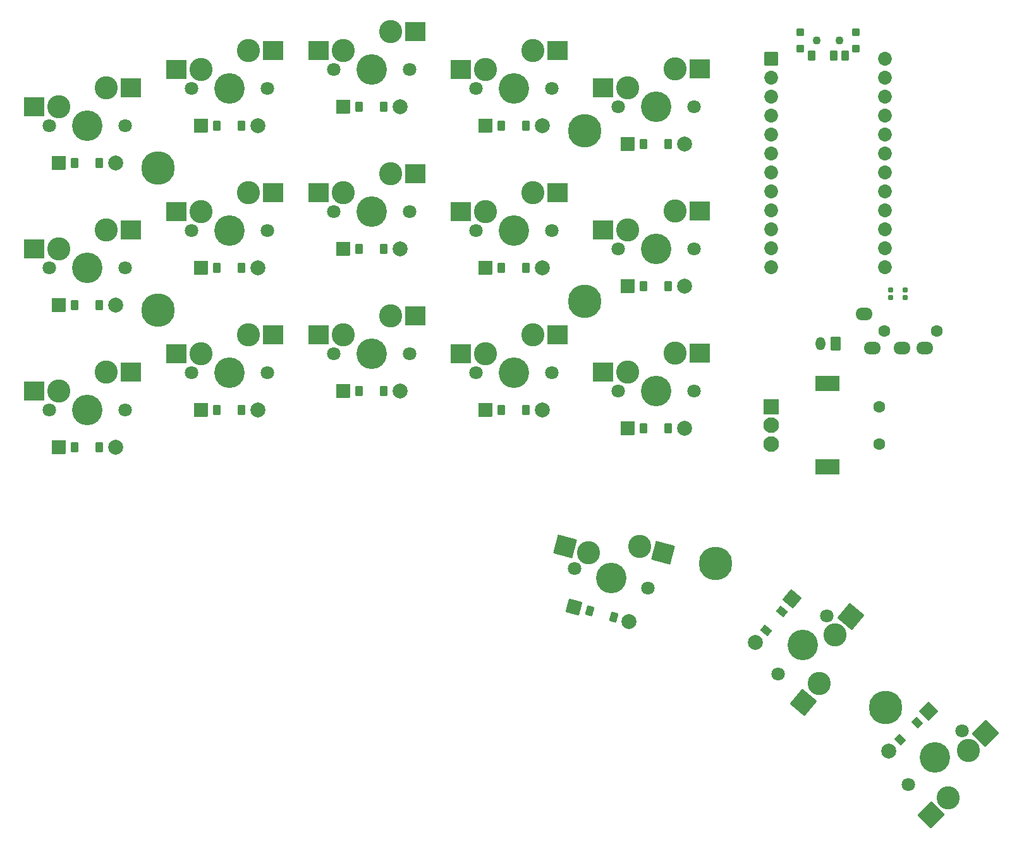
<source format=gbr>
%TF.GenerationSoftware,KiCad,Pcbnew,7.0.10*%
%TF.CreationDate,2024-02-19T14:18:00+02:00*%
%TF.ProjectId,juubo_left_final,6a757562-6f5f-46c6-9566-745f66696e61,v1.0.0*%
%TF.SameCoordinates,Original*%
%TF.FileFunction,Soldermask,Bot*%
%TF.FilePolarity,Negative*%
%FSLAX46Y46*%
G04 Gerber Fmt 4.6, Leading zero omitted, Abs format (unit mm)*
G04 Created by KiCad (PCBNEW 7.0.10) date 2024-02-19 14:18:00*
%MOMM*%
%LPD*%
G01*
G04 APERTURE LIST*
G04 Aperture macros list*
%AMRoundRect*
0 Rectangle with rounded corners*
0 $1 Rounding radius*
0 $2 $3 $4 $5 $6 $7 $8 $9 X,Y pos of 4 corners*
0 Add a 4 corners polygon primitive as box body*
4,1,4,$2,$3,$4,$5,$6,$7,$8,$9,$2,$3,0*
0 Add four circle primitives for the rounded corners*
1,1,$1+$1,$2,$3*
1,1,$1+$1,$4,$5*
1,1,$1+$1,$6,$7*
1,1,$1+$1,$8,$9*
0 Add four rect primitives between the rounded corners*
20,1,$1+$1,$2,$3,$4,$5,0*
20,1,$1+$1,$4,$5,$6,$7,0*
20,1,$1+$1,$6,$7,$8,$9,0*
20,1,$1+$1,$8,$9,$2,$3,0*%
G04 Aperture macros list end*
%ADD10RoundRect,0.050000X-0.450000X-0.450000X0.450000X-0.450000X0.450000X0.450000X-0.450000X0.450000X0*%
%ADD11C,1.100000*%
%ADD12RoundRect,0.050000X-0.450000X-0.625000X0.450000X-0.625000X0.450000X0.625000X-0.450000X0.625000X0*%
%ADD13RoundRect,0.050000X0.600000X0.850000X-0.600000X0.850000X-0.600000X-0.850000X0.600000X-0.850000X0*%
%ADD14O,1.300000X1.800000*%
%ADD15RoundRect,0.050000X-0.889000X-0.889000X0.889000X-0.889000X0.889000X0.889000X-0.889000X0.889000X0*%
%ADD16RoundRect,0.050000X-0.450000X-0.600000X0.450000X-0.600000X0.450000X0.600000X-0.450000X0.600000X0*%
%ADD17C,2.005000*%
%ADD18C,1.801800*%
%ADD19C,3.100000*%
%ADD20C,4.087800*%
%ADD21RoundRect,0.050000X-1.275000X-1.250000X1.275000X-1.250000X1.275000X1.250000X-1.275000X1.250000X0*%
%ADD22C,1.600000*%
%ADD23O,2.300000X1.700000*%
%ADD24C,0.800000*%
%ADD25C,4.500000*%
%ADD26RoundRect,0.050000X-1.600000X-1.000000X1.600000X-1.000000X1.600000X1.000000X-1.600000X1.000000X0*%
%ADD27RoundRect,0.050000X-1.000000X-1.000000X1.000000X-1.000000X1.000000X1.000000X-1.000000X1.000000X0*%
%ADD28C,2.100000*%
%ADD29RoundRect,0.050000X-1.555079X-0.877413X0.908032X-1.537402X1.555079X0.877413X-0.908032X1.537402X0*%
%ADD30RoundRect,0.050000X-0.876300X0.876300X-0.876300X-0.876300X0.876300X-0.876300X0.876300X0.876300X0*%
%ADD31C,1.852600*%
%ADD32RoundRect,0.050000X-0.138001X1.780191X-1.777110X-0.173222X0.138001X-1.780191X1.777110X0.173222X0*%
%ADD33RoundRect,0.050000X-1.088798X-0.628618X0.628618X-1.088798X1.088798X0.628618X-0.628618X1.088798X0*%
%ADD34RoundRect,0.050000X-0.589958X-0.463087X0.279375X-0.696024X0.589958X0.463087X-0.279375X0.696024X0*%
%ADD35RoundRect,0.050000X0.017678X1.785445X-1.785445X-0.017678X-0.017678X-1.785445X1.785445X0.017678X0*%
%ADD36RoundRect,0.050000X0.000000X1.257236X-1.257236X0.000000X0.000000X-1.257236X1.257236X0.000000X0*%
%ADD37RoundRect,0.050000X-0.106066X0.742462X-0.742462X0.106066X0.106066X-0.742462X0.742462X-0.106066X0*%
%ADD38RoundRect,0.050000X-0.109575X1.252452X-1.252452X-0.109575X0.109575X-1.252452X1.252452X0.109575X0*%
%ADD39RoundRect,0.050000X-0.170372X0.730393X-0.748881X0.040953X0.170372X-0.730393X0.748881X-0.040953X0*%
%ADD40RoundRect,0.102000X-0.250000X0.237500X-0.250000X-0.237500X0.250000X-0.237500X0.250000X0.237500X0*%
G04 APERTURE END LIST*
D10*
%TO.C,T1*%
X183913786Y-47312500D03*
X183913786Y-49512500D03*
D11*
X186113786Y-48412500D03*
X189113786Y-48412500D03*
D10*
X191313786Y-47312500D03*
X191313786Y-49512500D03*
D12*
X185363786Y-50487500D03*
X188363786Y-50487500D03*
X189863786Y-50487500D03*
%TD*%
D13*
%TO.C,JST1*%
X188613785Y-89063409D03*
D14*
X186613785Y-89063409D03*
%TD*%
D15*
%TO.C,D4*%
X103603787Y-97935909D03*
D16*
X105763787Y-97935909D03*
X109063787Y-97935909D03*
D17*
X111223787Y-97935909D03*
%TD*%
D18*
%TO.C,S9*%
X121383783Y-52335909D03*
D19*
X122653783Y-49795909D03*
D20*
X126463783Y-52335909D03*
D19*
X129003783Y-47255909D03*
D18*
X131543783Y-52335909D03*
D21*
X119378783Y-49795909D03*
X132305783Y-47255909D03*
%TD*%
D15*
%TO.C,D6*%
X103603784Y-59835912D03*
D16*
X105763784Y-59835912D03*
X109063784Y-59835912D03*
D17*
X111223784Y-59835912D03*
%TD*%
D22*
%TO.C,TRRS1*%
X202148785Y-87373409D03*
X195148785Y-87373409D03*
D23*
X192448785Y-85073409D03*
X193548785Y-89673409D03*
X197548785Y-89673409D03*
X200548785Y-89673409D03*
%TD*%
D15*
%TO.C,D5*%
X103603783Y-78885908D03*
D16*
X105763783Y-78885908D03*
X109063783Y-78885908D03*
D17*
X111223783Y-78885908D03*
%TD*%
D18*
%TO.C,S1*%
X83283786Y-97935909D03*
D19*
X84553786Y-95395909D03*
D20*
X88363786Y-97935909D03*
D19*
X90903786Y-92855909D03*
D18*
X93443786Y-97935909D03*
D21*
X81278786Y-95395909D03*
X94205786Y-92855909D03*
%TD*%
D18*
%TO.C,S6*%
X102333785Y-54835910D03*
D19*
X103603785Y-52295910D03*
D20*
X107413785Y-54835910D03*
D19*
X109953785Y-49755910D03*
D18*
X112493785Y-54835910D03*
D21*
X100328785Y-52295910D03*
X113255785Y-49755910D03*
%TD*%
D15*
%TO.C,D15*%
X160753785Y-62335911D03*
D16*
X162913785Y-62335911D03*
X166213785Y-62335911D03*
D17*
X168373785Y-62335911D03*
%TD*%
D18*
%TO.C,S7*%
X121383784Y-90435911D03*
D19*
X122653784Y-87895911D03*
D20*
X126463784Y-90435911D03*
D19*
X129003784Y-85355911D03*
D18*
X131543784Y-90435911D03*
D21*
X119378784Y-87895911D03*
X132305784Y-85355911D03*
%TD*%
D18*
%TO.C,S10*%
X140433785Y-92935910D03*
D19*
X141703785Y-90395910D03*
D20*
X145513785Y-92935910D03*
D19*
X148053785Y-87855910D03*
D18*
X150593785Y-92935910D03*
D21*
X138428785Y-90395910D03*
X151355785Y-87855910D03*
%TD*%
D24*
%TO.C,_2*%
X153388789Y-60550910D03*
X153872063Y-59384184D03*
X153872063Y-61717636D03*
X155038789Y-58900910D03*
D25*
X155038789Y-60550910D03*
D24*
X155038789Y-62200910D03*
X156205515Y-59384184D03*
X156205515Y-61717636D03*
X156688789Y-60550910D03*
%TD*%
D26*
%TO.C,ROT1*%
X187493785Y-94405912D03*
X187493785Y-105605912D03*
D22*
X194493785Y-97505912D03*
X194493785Y-102505912D03*
D27*
X179993785Y-97505912D03*
D28*
X179993785Y-102505912D03*
X179993785Y-100005912D03*
%TD*%
D15*
%TO.C,D8*%
X122653784Y-76385911D03*
D16*
X124813784Y-76385911D03*
X128113784Y-76385911D03*
D17*
X130273784Y-76385911D03*
%TD*%
D15*
%TO.C,D9*%
X122653784Y-57335910D03*
D16*
X124813784Y-57335910D03*
X128113784Y-57335910D03*
D17*
X130273784Y-57335910D03*
%TD*%
D15*
%TO.C,D11*%
X141703784Y-78885910D03*
D16*
X143863784Y-78885910D03*
X147163784Y-78885910D03*
D17*
X149323784Y-78885910D03*
%TD*%
D18*
%TO.C,S16*%
X153656883Y-119171111D03*
D19*
X155541009Y-117046360D03*
D20*
X158563786Y-120485912D03*
D19*
X162332038Y-116236409D03*
D18*
X163470689Y-121800713D03*
D29*
X152377602Y-116198727D03*
X165521525Y-117091030D03*
%TD*%
D15*
%TO.C,D1*%
X84553784Y-102935911D03*
D16*
X86713784Y-102935911D03*
X90013784Y-102935911D03*
D17*
X92173784Y-102935911D03*
%TD*%
D15*
%TO.C,D10*%
X141703785Y-97935908D03*
D16*
X143863785Y-97935908D03*
X147163785Y-97935908D03*
D17*
X149323785Y-97935908D03*
%TD*%
D15*
%TO.C,D14*%
X160753786Y-81385910D03*
D16*
X162913786Y-81385910D03*
X166213786Y-81385910D03*
D17*
X168373786Y-81385910D03*
%TD*%
D24*
%TO.C,_6*%
X153388784Y-83400000D03*
X153872058Y-82233274D03*
X153872058Y-84566726D03*
X155038784Y-81750000D03*
D25*
X155038784Y-83400000D03*
D24*
X155038784Y-85050000D03*
X156205510Y-82233274D03*
X156205510Y-84566726D03*
X156688784Y-83400000D03*
%TD*%
D15*
%TO.C,D7*%
X122653785Y-95435911D03*
D16*
X124813785Y-95435911D03*
X128113785Y-95435911D03*
D17*
X130273785Y-95435911D03*
%TD*%
D30*
%TO.C,MCU1*%
X179993787Y-50890909D03*
D31*
X179993787Y-53430909D03*
X179993787Y-55970909D03*
X179993787Y-58510909D03*
X179993787Y-61050909D03*
X179993787Y-63590909D03*
X179993787Y-66130909D03*
X179993787Y-68670909D03*
X179993787Y-71210909D03*
X179993787Y-73750909D03*
X179993787Y-76290909D03*
X179993787Y-78830909D03*
X195233787Y-50890909D03*
X195233787Y-53430909D03*
X195233787Y-55970909D03*
X195233787Y-58510909D03*
X195233787Y-61050909D03*
X195233787Y-63590909D03*
X195233787Y-66130909D03*
X195233787Y-68670909D03*
X195233787Y-71210909D03*
X195233787Y-73750909D03*
X195233787Y-76290909D03*
X195233787Y-78830909D03*
%TD*%
D18*
%TO.C,S12*%
X140433787Y-54835911D03*
D19*
X141703787Y-52295911D03*
D20*
X145513787Y-54835911D03*
D19*
X148053787Y-49755911D03*
D18*
X150593787Y-54835911D03*
D21*
X138428787Y-52295911D03*
X151355787Y-49755911D03*
%TD*%
D18*
%TO.C,S3*%
X83283785Y-59835911D03*
D19*
X84553785Y-57295911D03*
D20*
X88363785Y-59835911D03*
D19*
X90903785Y-54755911D03*
D18*
X93443785Y-59835911D03*
D21*
X81278785Y-57295911D03*
X94205785Y-54755911D03*
%TD*%
D18*
%TO.C,S11*%
X140433785Y-73885909D03*
D19*
X141703785Y-71345909D03*
D20*
X145513785Y-73885909D03*
D19*
X148053785Y-68805909D03*
D18*
X150593785Y-73885909D03*
D21*
X138428785Y-71345909D03*
X151355785Y-68805909D03*
%TD*%
D24*
%TO.C,_3*%
X96238786Y-84600000D03*
X96722060Y-83433274D03*
X96722060Y-85766726D03*
X97888786Y-82950000D03*
D25*
X97888786Y-84600000D03*
D24*
X97888786Y-86250000D03*
X99055512Y-83433274D03*
X99055512Y-85766726D03*
X99538786Y-84600000D03*
%TD*%
D18*
%TO.C,S17*%
X187439800Y-125527313D03*
D19*
X188569213Y-128132870D03*
D20*
X184174439Y-129418819D03*
D19*
X186433264Y-134629933D03*
D18*
X180909078Y-133310325D03*
D32*
X190674342Y-125624075D03*
X184310780Y-137159412D03*
%TD*%
D24*
%TO.C,_5*%
X196500000Y-136666548D03*
X196983274Y-137833274D03*
X195333274Y-136183274D03*
X196500000Y-139000000D03*
D25*
X195333274Y-137833274D03*
D24*
X194166548Y-136666548D03*
X195333274Y-139483274D03*
X193683274Y-137833274D03*
X194166548Y-139000000D03*
%TD*%
D15*
%TO.C,D3*%
X84553786Y-64835909D03*
D16*
X86713786Y-64835909D03*
X90013786Y-64835909D03*
D17*
X92173786Y-64835909D03*
%TD*%
D33*
%TO.C,D16*%
X153589515Y-124329438D03*
D34*
X155675914Y-124888488D03*
X158863470Y-125742590D03*
D17*
X160949869Y-126301640D03*
%TD*%
D15*
%TO.C,D2*%
X84553785Y-83885911D03*
D16*
X86713785Y-83885911D03*
X90013785Y-83885911D03*
D17*
X92173785Y-83885911D03*
%TD*%
D18*
%TO.C,S18*%
X205511091Y-140934111D03*
D19*
X206409117Y-143628187D03*
D20*
X201918989Y-144526213D03*
D19*
X203715040Y-149914367D03*
D18*
X198326887Y-148118315D03*
D35*
X208724892Y-141312413D03*
X201380174Y-152249233D03*
%TD*%
D24*
%TO.C,_4*%
X170906222Y-118072949D03*
X171675000Y-117071058D03*
X171071058Y-119325000D03*
X172927051Y-116906222D03*
D25*
X172500000Y-118500000D03*
D24*
X172072949Y-120093778D03*
X173928942Y-117675000D03*
X173325000Y-119928942D03*
X174093778Y-118927051D03*
%TD*%
D15*
%TO.C,D13*%
X160753786Y-100435910D03*
D16*
X162913786Y-100435910D03*
X166213786Y-100435910D03*
D17*
X168373786Y-100435910D03*
%TD*%
D18*
%TO.C,S4*%
X102333786Y-92935912D03*
D19*
X103603786Y-90395912D03*
D20*
X107413786Y-92935912D03*
D19*
X109953786Y-87855912D03*
D18*
X112493786Y-92935912D03*
D21*
X100328786Y-90395912D03*
X113255786Y-87855912D03*
%TD*%
D24*
%TO.C,_1*%
X96238787Y-65550910D03*
X96722061Y-64384184D03*
X96722061Y-66717636D03*
X97888787Y-63900910D03*
D25*
X97888787Y-65550910D03*
D24*
X97888787Y-67200910D03*
X99055513Y-64384184D03*
X99055513Y-66717636D03*
X99538787Y-65550910D03*
%TD*%
D18*
%TO.C,S2*%
X83283785Y-78885908D03*
D19*
X84553785Y-76345908D03*
D20*
X88363785Y-78885908D03*
D19*
X90903785Y-73805908D03*
D18*
X93443785Y-78885908D03*
D21*
X81278785Y-76345908D03*
X94205785Y-73805908D03*
%TD*%
D18*
%TO.C,S15*%
X159483785Y-57335911D03*
D19*
X160753785Y-54795911D03*
D20*
X164563785Y-57335911D03*
D19*
X167103785Y-52255911D03*
D18*
X169643785Y-57335911D03*
D21*
X157478785Y-54795911D03*
X170405785Y-52255911D03*
%TD*%
D18*
%TO.C,S8*%
X121383787Y-71385911D03*
D19*
X122653787Y-68845911D03*
D20*
X126463787Y-71385911D03*
D19*
X129003787Y-66305911D03*
D18*
X131543787Y-71385911D03*
D21*
X119378787Y-68845911D03*
X132305787Y-66305911D03*
%TD*%
D36*
%TO.C,D18*%
X201077534Y-138296605D03*
D37*
X199550183Y-139823956D03*
X197216731Y-142157408D03*
D17*
X195689380Y-143684759D03*
%TD*%
D18*
%TO.C,S14*%
X159483783Y-76385911D03*
D19*
X160753783Y-73845911D03*
D20*
X164563783Y-76385911D03*
D19*
X167103783Y-71305911D03*
D18*
X169643783Y-76385911D03*
D21*
X157478783Y-73845911D03*
X170405783Y-71305911D03*
%TD*%
D38*
%TO.C,D17*%
X182793240Y-123286249D03*
D39*
X181404819Y-124940905D03*
X179283619Y-127468851D03*
D17*
X177895198Y-129123507D03*
%TD*%
D18*
%TO.C,S5*%
X102333784Y-73885910D03*
D19*
X103603784Y-71345910D03*
D20*
X107413784Y-73885910D03*
D19*
X109953784Y-68805910D03*
D18*
X112493784Y-73885910D03*
D21*
X100328784Y-71345910D03*
X113255784Y-68805910D03*
%TD*%
D18*
%TO.C,S13*%
X159483786Y-95435911D03*
D19*
X160753786Y-92895911D03*
D20*
X164563786Y-95435911D03*
D19*
X167103786Y-90355911D03*
D18*
X169643786Y-95435911D03*
D21*
X157478786Y-92895911D03*
X170405786Y-90355911D03*
%TD*%
D15*
%TO.C,D12*%
X141703787Y-59835909D03*
D16*
X143863787Y-59835909D03*
X147163787Y-59835909D03*
D17*
X149323787Y-59835909D03*
%TD*%
D40*
%TO.C,DISP1*%
X197901286Y-81873911D03*
X197901286Y-82897911D03*
%TD*%
%TO.C,DISP2*%
X195996287Y-81873909D03*
X195996287Y-82897909D03*
%TD*%
M02*

</source>
